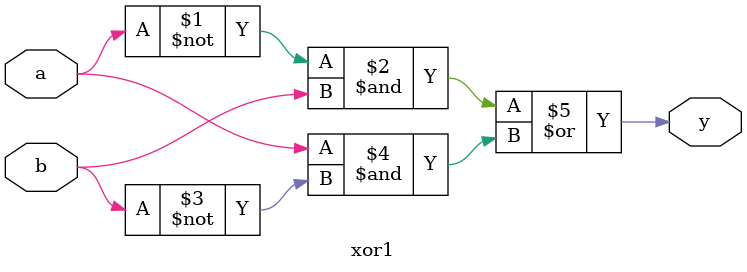
<source format=v>

module m2x1 (input i,s, output y);
  assign y=(~s&a)|(s&b); // data flow style of modelling
endmodule

// xnor gate by data flow modulling.

module xnor1 (input a,b, output y);
    assign y =(~a&~b)|(a&b);
endmodule 

// xor gate by data flow modulling.
 
module xor1(input a,b,output y);
    assign y=(~a&b)|(a&~b);
endmodule

</source>
